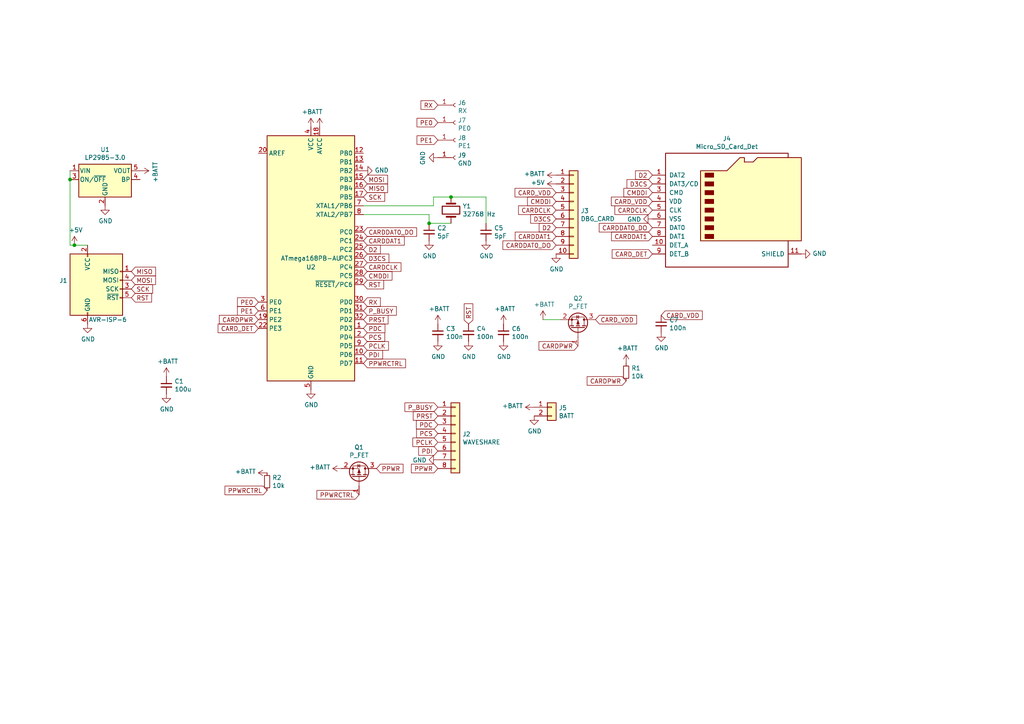
<source format=kicad_sch>
(kicad_sch (version 20230121) (generator eeschema)
  (paper "A4")
  (lib_symbols
    (symbol "atmega168_tb2-rescue:+5V-power-atmega168_tb2-rescue" (power) (pin_names (offset 0))
      (property "Value" "+5V-power-atmega168_tb2-rescue" (at 0 3.556 0))
      (symbol "+5V-power-atmega168_tb2-rescue_0_1"
        (polyline (pts (xy -0.762 1.27) (xy 0 2.54)))
        (polyline (pts (xy 0 0) (xy 0 2.54)))
        (polyline (pts (xy 0 2.54) (xy 0.762 1.27)))
      )
      (symbol "+5V-power-atmega168_tb2-rescue_1_1"
        (pin power_in line (at 0 0 90) (length 0) hide (name "+5V") (number "1"))
      )
    )
    (symbol "atmega168_tb2-rescue:+BATT-power-atmega168_tb2-rescue" (power) (pin_names (offset 0))
      (property "Value" "+BATT-power-atmega168_tb2-rescue" (at 0 3.556 0))
      (symbol "+BATT-power-atmega168_tb2-rescue_0_1"
        (polyline (pts (xy -0.762 1.27) (xy 0 2.54)))
        (polyline (pts (xy 0 0) (xy 0 2.54)))
        (polyline (pts (xy 0 2.54) (xy 0.762 1.27)))
      )
      (symbol "+BATT-power-atmega168_tb2-rescue_1_1"
        (pin power_in line (at 0 0 90) (length 0) hide (name "+BATT") (number "1"))
      )
    )
    (symbol "atmega168_tb2-rescue:ATmega168PB-AU-MCU_Microchip_ATmega-atmega168_tb2-rescue"
      (property "Reference" "U" (at -12.7 36.83 0))
      (property "Value" "atmega168_tb2-rescue_ATmega168PB-AU-MCU_Microchip_ATmega" (at 2.54 -36.83 0))
      (symbol "ATmega168PB-AU-MCU_Microchip_ATmega-atmega168_tb2-rescue_0_1"
        (rectangle (start -12.7 -35.56) (end 12.7 35.56) (stroke (width 0.254)) (fill (type background)))
      )
      (symbol "ATmega168PB-AU-MCU_Microchip_ATmega-atmega168_tb2-rescue_1_1"
        (pin bidirectional line (at 15.24 -20.32 180) (length 2.54) (name "PD3") (number "1"))
        (pin bidirectional line (at 15.24 -27.94 180) (length 2.54) (name "PD6") (number "10"))
        (pin bidirectional line (at 15.24 -30.48 180) (length 2.54) (name "PD7") (number "11"))
        (pin bidirectional line (at 15.24 30.48 180) (length 2.54) (name "PB0") (number "12"))
        (pin bidirectional line (at 15.24 27.94 180) (length 2.54) (name "PB1") (number "13"))
        (pin bidirectional line (at 15.24 25.4 180) (length 2.54) (name "PB2") (number "14"))
        (pin bidirectional line (at 15.24 22.86 180) (length 2.54) (name "PB3") (number "15"))
        (pin bidirectional line (at 15.24 20.32 180) (length 2.54) (name "PB4") (number "16"))
        (pin bidirectional line (at 15.24 17.78 180) (length 2.54) (name "PB5") (number "17"))
        (pin power_in line (at 2.54 38.1 270) (length 2.54) (name "AVCC") (number "18"))
        (pin bidirectional line (at -15.24 -17.78 0) (length 2.54) (name "PE2") (number "19"))
        (pin bidirectional line (at 15.24 -22.86 180) (length 2.54) (name "PD4") (number "2"))
        (pin passive line (at -15.24 30.48 0) (length 2.54) (name "AREF") (number "20"))
        (pin passive line (at 0 -38.1 90) (length 2.54) hide (name "GND") (number "21"))
        (pin bidirectional line (at -15.24 -20.32 0) (length 2.54) (name "PE3") (number "22"))
        (pin bidirectional line (at 15.24 7.62 180) (length 2.54) (name "PC0") (number "23"))
        (pin bidirectional line (at 15.24 5.08 180) (length 2.54) (name "PC1") (number "24"))
        (pin bidirectional line (at 15.24 2.54 180) (length 2.54) (name "PC2") (number "25"))
        (pin bidirectional line (at 15.24 0 180) (length 2.54) (name "PC3") (number "26"))
        (pin bidirectional line (at 15.24 -2.54 180) (length 2.54) (name "PC4") (number "27"))
        (pin bidirectional line (at 15.24 -5.08 180) (length 2.54) (name "PC5") (number "28"))
        (pin bidirectional line (at 15.24 -7.62 180) (length 2.54) (name "~{RESET}/PC6") (number "29"))
        (pin bidirectional line (at -15.24 -12.7 0) (length 2.54) (name "PE0") (number "3"))
        (pin bidirectional line (at 15.24 -12.7 180) (length 2.54) (name "PD0") (number "30"))
        (pin bidirectional line (at 15.24 -15.24 180) (length 2.54) (name "PD1") (number "31"))
        (pin bidirectional line (at 15.24 -17.78 180) (length 2.54) (name "PD2") (number "32"))
        (pin power_in line (at 0 38.1 270) (length 2.54) (name "VCC") (number "4"))
        (pin power_in line (at 0 -38.1 90) (length 2.54) (name "GND") (number "5"))
        (pin bidirectional line (at -15.24 -15.24 0) (length 2.54) (name "PE1") (number "6"))
        (pin bidirectional line (at 15.24 15.24 180) (length 2.54) (name "XTAL1/PB6") (number "7"))
        (pin bidirectional line (at 15.24 12.7 180) (length 2.54) (name "XTAL2/PB7") (number "8"))
        (pin bidirectional line (at 15.24 -25.4 180) (length 2.54) (name "PD5") (number "9"))
      )
    )
    (symbol "atmega168_tb2-rescue:AVR-ISP-6-Connector-atmega168_tb2-rescue" (pin_names (offset 1.016))
      (property "Reference" "J" (at -6.35 11.43 0))
      (property "Value" "atmega168_tb2-rescue_AVR-ISP-6-Connector" (at 0 11.43 0))
      (symbol "AVR-ISP-6-Connector-atmega168_tb2-rescue_0_1"
        (rectangle (start -2.667 -6.858) (end -2.413 -7.62))
        (rectangle (start -2.667 10.16) (end -2.413 9.398))
        (rectangle (start 7.62 -2.413) (end 6.858 -2.667))
        (rectangle (start 7.62 0.127) (end 6.858 -0.127))
        (rectangle (start 7.62 2.667) (end 6.858 2.413))
        (rectangle (start 7.62 5.207) (end 6.858 4.953))
        (rectangle (start 7.62 10.16) (end -7.62 -7.62) (stroke (width 0.254)) (fill (type background)))
      )
      (symbol "AVR-ISP-6-Connector-atmega168_tb2-rescue_1_1"
        (pin passive line (at 10.16 5.08 180) (length 2.54) (name "MISO") (number "1"))
        (pin passive line (at -2.54 12.7 270) (length 2.54) (name "VCC") (number "2"))
        (pin passive line (at 10.16 0 180) (length 2.54) (name "SCK") (number "3"))
        (pin passive line (at 10.16 2.54 180) (length 2.54) (name "MOSI") (number "4"))
        (pin passive line (at 10.16 -2.54 180) (length 2.54) (name "~{RST}") (number "5"))
        (pin passive line (at -2.54 -10.16 90) (length 2.54) (name "GND") (number "6"))
      )
    )
    (symbol "atmega168_tb2-rescue:C_Small-Device-atmega168_tb2-rescue" (pin_numbers hide) (pin_names (offset 0.254) hide)
      (property "Reference" "C" (at 0.254 1.778 0))
      (property "Value" "atmega168_tb2-rescue_C_Small-Device" (at 0.254 -2.032 0))
      (symbol "C_Small-Device-atmega168_tb2-rescue_0_1"
        (polyline (pts (xy -1.524 -0.508) (xy 1.524 -0.508)) (stroke (width 0.3302)))
        (polyline (pts (xy -1.524 0.508) (xy 1.524 0.508)) (stroke (width 0.3048)))
      )
      (symbol "C_Small-Device-atmega168_tb2-rescue_1_1"
        (pin passive line (at 0 2.54 270) (length 2.032) (name "~") (number "1"))
        (pin passive line (at 0 -2.54 90) (length 2.032) (name "~") (number "2"))
      )
    )
    (symbol "atmega168_tb2-rescue:Conn_01x01_Female-Connector-atmega168_tb2-rescue" (pin_names (offset 1.016) hide)
      (property "Reference" "J" (at 0 2.54 0))
      (property "Value" "atmega168_tb2-rescue_Conn_01x01_Female-Connector" (at 0 -2.54 0))
      (symbol "Conn_01x01_Female-Connector-atmega168_tb2-rescue_1_1"
        (polyline (pts (xy -1.27 0) (xy -0.508 0)) (stroke (width 0.1524)))
        (arc (start 0 0.508) (mid -0.5058 0) (end 0 -0.508) (stroke (width 0.1524)))
        (pin passive line (at -5.08 0 0) (length 3.81) (name "Pin_1") (number "1"))
      )
    )
    (symbol "atmega168_tb2-rescue:Conn_01x02-Connector_Generic-atmega168_tb2-rescue" (pin_names (offset 1.016) hide)
      (property "Reference" "J" (at 0 2.54 0))
      (property "Value" "atmega168_tb2-rescue_Conn_01x02-Connector_Generic" (at 0 -5.08 0))
      (symbol "Conn_01x02-Connector_Generic-atmega168_tb2-rescue_1_1"
        (rectangle (start -1.27 -2.413) (end 0 -2.667) (stroke (width 0.1524)))
        (rectangle (start -1.27 0.127) (end 0 -0.127) (stroke (width 0.1524)))
        (rectangle (start -1.27 1.27) (end 1.27 -3.81) (stroke (width 0.254)) (fill (type background)))
        (pin passive line (at -5.08 0 0) (length 3.81) (name "Pin_1") (number "1"))
        (pin passive line (at -5.08 -2.54 0) (length 3.81) (name "Pin_2") (number "2"))
      )
    )
    (symbol "atmega168_tb2-rescue:Conn_01x08-Connector_Generic-atmega168_tb2-rescue" (pin_names (offset 1.016) hide)
      (property "Reference" "J" (at 0 10.16 0))
      (property "Value" "atmega168_tb2-rescue_Conn_01x08-Connector_Generic" (at 0 -12.7 0))
      (symbol "Conn_01x08-Connector_Generic-atmega168_tb2-rescue_1_1"
        (rectangle (start -1.27 -10.033) (end 0 -10.287) (stroke (width 0.1524)))
        (rectangle (start -1.27 -7.493) (end 0 -7.747) (stroke (width 0.1524)))
        (rectangle (start -1.27 -4.953) (end 0 -5.207) (stroke (width 0.1524)))
        (rectangle (start -1.27 -2.413) (end 0 -2.667) (stroke (width 0.1524)))
        (rectangle (start -1.27 0.127) (end 0 -0.127) (stroke (width 0.1524)))
        (rectangle (start -1.27 2.667) (end 0 2.413) (stroke (width 0.1524)))
        (rectangle (start -1.27 5.207) (end 0 4.953) (stroke (width 0.1524)))
        (rectangle (start -1.27 7.747) (end 0 7.493) (stroke (width 0.1524)))
        (rectangle (start -1.27 8.89) (end 1.27 -11.43) (stroke (width 0.254)) (fill (type background)))
        (pin passive line (at -5.08 7.62 0) (length 3.81) (name "Pin_1") (number "1"))
        (pin passive line (at -5.08 5.08 0) (length 3.81) (name "Pin_2") (number "2"))
        (pin passive line (at -5.08 2.54 0) (length 3.81) (name "Pin_3") (number "3"))
        (pin passive line (at -5.08 0 0) (length 3.81) (name "Pin_4") (number "4"))
        (pin passive line (at -5.08 -2.54 0) (length 3.81) (name "Pin_5") (number "5"))
        (pin passive line (at -5.08 -5.08 0) (length 3.81) (name "Pin_6") (number "6"))
        (pin passive line (at -5.08 -7.62 0) (length 3.81) (name "Pin_7") (number "7"))
        (pin passive line (at -5.08 -10.16 0) (length 3.81) (name "Pin_8") (number "8"))
      )
    )
    (symbol "atmega168_tb2-rescue:Conn_01x10-Connector_Generic-atmega168_tb2-rescue" (pin_names (offset 1.016) hide)
      (property "Reference" "J" (at 0 12.7 0))
      (property "Value" "atmega168_tb2-rescue_Conn_01x10-Connector_Generic" (at 0 -15.24 0))
      (symbol "Conn_01x10-Connector_Generic-atmega168_tb2-rescue_1_1"
        (rectangle (start -1.27 -12.573) (end 0 -12.827) (stroke (width 0.1524)))
        (rectangle (start -1.27 -10.033) (end 0 -10.287) (stroke (width 0.1524)))
        (rectangle (start -1.27 -7.493) (end 0 -7.747) (stroke (width 0.1524)))
        (rectangle (start -1.27 -4.953) (end 0 -5.207) (stroke (width 0.1524)))
        (rectangle (start -1.27 -2.413) (end 0 -2.667) (stroke (width 0.1524)))
        (rectangle (start -1.27 0.127) (end 0 -0.127) (stroke (width 0.1524)))
        (rectangle (start -1.27 2.667) (end 0 2.413) (stroke (width 0.1524)))
        (rectangle (start -1.27 5.207) (end 0 4.953) (stroke (width 0.1524)))
        (rectangle (start -1.27 7.747) (end 0 7.493) (stroke (width 0.1524)))
        (rectangle (start -1.27 10.287) (end 0 10.033) (stroke (width 0.1524)))
        (rectangle (start -1.27 11.43) (end 1.27 -13.97) (stroke (width 0.254)) (fill (type background)))
        (pin passive line (at -5.08 10.16 0) (length 3.81) (name "Pin_1") (number "1"))
        (pin passive line (at -5.08 -12.7 0) (length 3.81) (name "Pin_10") (number "10"))
        (pin passive line (at -5.08 7.62 0) (length 3.81) (name "Pin_2") (number "2"))
        (pin passive line (at -5.08 5.08 0) (length 3.81) (name "Pin_3") (number "3"))
        (pin passive line (at -5.08 2.54 0) (length 3.81) (name "Pin_4") (number "4"))
        (pin passive line (at -5.08 0 0) (length 3.81) (name "Pin_5") (number "5"))
        (pin passive line (at -5.08 -2.54 0) (length 3.81) (name "Pin_6") (number "6"))
        (pin passive line (at -5.08 -5.08 0) (length 3.81) (name "Pin_7") (number "7"))
        (pin passive line (at -5.08 -7.62 0) (length 3.81) (name "Pin_8") (number "8"))
        (pin passive line (at -5.08 -10.16 0) (length 3.81) (name "Pin_9") (number "9"))
      )
    )
    (symbol "atmega168_tb2-rescue:Crystal-Device-atmega168_tb2-rescue" (pin_numbers hide) (pin_names (offset 1.016) hide)
      (property "Reference" "Y" (at 0 3.81 0))
      (property "Value" "atmega168_tb2-rescue_Crystal-Device" (at 0 -3.81 0))
      (symbol "Crystal-Device-atmega168_tb2-rescue_0_1"
        (rectangle (start -1.143 2.54) (end 1.143 -2.54) (stroke (width 0.3048)))
        (polyline (pts (xy -2.54 0) (xy -1.905 0)))
        (polyline (pts (xy -1.905 -1.27) (xy -1.905 1.27)) (stroke (width 0.508)))
        (polyline (pts (xy 1.905 -1.27) (xy 1.905 1.27)) (stroke (width 0.508)))
        (polyline (pts (xy 2.54 0) (xy 1.905 0)))
      )
      (symbol "Crystal-Device-atmega168_tb2-rescue_1_1"
        (pin passive line (at -3.81 0 0) (length 1.27) (name "1") (number "1"))
        (pin passive line (at 3.81 0 180) (length 1.27) (name "2") (number "2"))
      )
    )
    (symbol "atmega168_tb2-rescue:GND-power-atmega168_tb2-rescue" (power) (pin_names (offset 0))
      (property "Value" "GND-power-atmega168_tb2-rescue" (at 0 -3.81 0))
      (symbol "GND-power-atmega168_tb2-rescue_0_1"
        (polyline (pts (xy 0 0) (xy 0 -1.27) (xy 1.27 -1.27) (xy 0 -2.54) (xy -1.27 -1.27) (xy 0 -1.27)))
      )
      (symbol "GND-power-atmega168_tb2-rescue_1_1"
        (pin power_in line (at 0 0 270) (length 0) hide (name "GND") (number "1"))
      )
    )
    (symbol "atmega168_tb2-rescue:LP2985-3.0-Regulator_Linear-atmega168_tb2-rescue" (pin_names (offset 0.254))
      (property "Reference" "U" (at -6.35 5.715 0))
      (property "Value" "atmega168_tb2-rescue_LP2985-3.0-Regulator_Linear" (at 0 5.715 0))
      (symbol "LP2985-3.0-Regulator_Linear-atmega168_tb2-rescue_0_1"
        (rectangle (start -7.62 -5.08) (end 7.62 4.445) (stroke (width 0.254)) (fill (type background)))
      )
      (symbol "LP2985-3.0-Regulator_Linear-atmega168_tb2-rescue_1_1"
        (pin power_in line (at -10.16 2.54 0) (length 2.54) (name "VIN") (number "1"))
        (pin power_in line (at 0 -7.62 90) (length 2.54) (name "GND") (number "2"))
        (pin input line (at -10.16 0 0) (length 2.54) (name "ON/~{OFF}") (number "3"))
        (pin input line (at 10.16 0 180) (length 2.54) (name "BP") (number "4"))
        (pin power_out line (at 10.16 2.54 180) (length 2.54) (name "VOUT") (number "5"))
      )
    )
    (symbol "atmega168_tb2-rescue:Micro_SD_Card_Det-Connector-atmega168_tb2-rescue" (pin_names (offset 1.016))
      (property "Reference" "J" (at -16.51 17.78 0))
      (property "Value" "atmega168_tb2-rescue_Micro_SD_Card_Det-Connector" (at 16.51 17.78 0))
      (symbol "Micro_SD_Card_Det-Connector-atmega168_tb2-rescue_0_1"
        (rectangle (start -7.62 -6.985) (end -5.08 -8.255) (fill (type outline)))
        (rectangle (start -7.62 -4.445) (end -5.08 -5.715) (fill (type outline)))
        (rectangle (start -7.62 -1.905) (end -5.08 -3.175) (fill (type outline)))
        (rectangle (start -7.62 0.635) (end -5.08 -0.635) (fill (type outline)))
        (rectangle (start -7.62 3.175) (end -5.08 1.905) (fill (type outline)))
        (rectangle (start -7.62 5.715) (end -5.08 4.445) (fill (type outline)))
        (rectangle (start -7.62 8.255) (end -5.08 6.985) (fill (type outline)))
        (rectangle (start -7.62 10.795) (end -5.08 9.525) (fill (type outline)))
        (polyline (pts (xy 16.51 15.24) (xy 16.51 16.51) (xy -19.05 16.51) (xy -19.05 -16.51) (xy 16.51 -16.51) (xy 16.51 -8.89)) (stroke (width 0.254)))
        (polyline (pts (xy -8.89 -8.89) (xy -8.89 11.43) (xy -1.27 11.43) (xy 2.54 15.24) (xy 3.81 15.24) (xy 3.81 13.97) (xy 6.35 13.97) (xy 7.62 15.24) (xy 20.32 15.24) (xy 20.32 -8.89) (xy -8.89 -8.89)) (stroke (width 0.254)) (fill (type background)))
      )
      (symbol "Micro_SD_Card_Det-Connector-atmega168_tb2-rescue_1_1"
        (pin bidirectional line (at -22.86 10.16 0) (length 3.81) (name "DAT2") (number "1"))
        (pin passive line (at -22.86 -10.16 0) (length 3.81) (name "DET_A") (number "10"))
        (pin passive line (at 20.32 -12.7 180) (length 3.81) (name "SHIELD") (number "11"))
        (pin bidirectional line (at -22.86 7.62 0) (length 3.81) (name "DAT3/CD") (number "2"))
        (pin input line (at -22.86 5.08 0) (length 3.81) (name "CMD") (number "3"))
        (pin power_in line (at -22.86 2.54 0) (length 3.81) (name "VDD") (number "4"))
        (pin input line (at -22.86 0 0) (length 3.81) (name "CLK") (number "5"))
        (pin power_in line (at -22.86 -2.54 0) (length 3.81) (name "VSS") (number "6"))
        (pin bidirectional line (at -22.86 -5.08 0) (length 3.81) (name "DAT0") (number "7"))
        (pin bidirectional line (at -22.86 -7.62 0) (length 3.81) (name "DAT1") (number "8"))
        (pin passive line (at -22.86 -12.7 0) (length 3.81) (name "DET_B") (number "9"))
      )
    )
    (symbol "atmega168_tb2-rescue:Q_PMOS_GSD-Device-atmega168_tb2-rescue" (pin_names (offset 0) hide)
      (property "Reference" "Q" (at 5.08 1.27 0))
      (property "Value" "atmega168_tb2-rescue_Q_PMOS_GSD-Device" (at 5.08 -1.27 0))
      (symbol "Q_PMOS_GSD-Device-atmega168_tb2-rescue_0_1"
        (polyline (pts (xy 0.254 0) (xy -2.54 0)))
        (polyline (pts (xy 0.254 1.905) (xy 0.254 -1.905)) (stroke (width 0.254)))
        (polyline (pts (xy 0.762 -1.27) (xy 0.762 -2.286)) (stroke (width 0.254)))
        (polyline (pts (xy 0.762 0.508) (xy 0.762 -0.508)) (stroke (width 0.254)))
        (polyline (pts (xy 0.762 2.286) (xy 0.762 1.27)) (stroke (width 0.254)))
        (polyline (pts (xy 2.54 2.54) (xy 2.54 1.778)))
        (polyline (pts (xy 2.54 -2.54) (xy 2.54 0) (xy 0.762 0)))
        (polyline (pts (xy 0.762 1.778) (xy 3.302 1.778) (xy 3.302 -1.778) (xy 0.762 -1.778)))
        (polyline (pts (xy 2.286 0) (xy 1.27 0.381) (xy 1.27 -0.381) (xy 2.286 0)) (fill (type outline)))
        (polyline (pts (xy 2.794 -0.508) (xy 2.921 -0.381) (xy 3.683 -0.381) (xy 3.81 -0.254)))
        (polyline (pts (xy 3.302 -0.381) (xy 2.921 0.254) (xy 3.683 0.254) (xy 3.302 -0.381)))
        (circle (center 1.651 0) (radius 2.794) (stroke (width 0.254)))
        (circle (center 2.54 -1.778) (radius 0.254) (fill (type outline)))
        (circle (center 2.54 1.778) (radius 0.254) (fill (type outline)))
      )
      (symbol "Q_PMOS_GSD-Device-atmega168_tb2-rescue_1_1"
        (pin input line (at -5.08 0 0) (length 2.54) (name "G") (number "1"))
        (pin passive line (at 2.54 -5.08 90) (length 2.54) (name "S") (number "2"))
        (pin passive line (at 2.54 5.08 270) (length 2.54) (name "D") (number "3"))
      )
    )
    (symbol "atmega168_tb2-rescue:R_Small-Device-atmega168_tb2-rescue" (pin_numbers hide) (pin_names (offset 0.254) hide)
      (property "Reference" "R" (at 0.762 0.508 0))
      (property "Value" "atmega168_tb2-rescue_R_Small-Device" (at 0.762 -1.016 0))
      (symbol "R_Small-Device-atmega168_tb2-rescue_0_1"
        (rectangle (start -0.762 1.778) (end 0.762 -1.778) (stroke (width 0.2032)))
      )
      (symbol "R_Small-Device-atmega168_tb2-rescue_1_1"
        (pin passive line (at 0 2.54 270) (length 0.762) (name "~") (number "1"))
        (pin passive line (at 0 -2.54 90) (length 0.762) (name "~") (number "2"))
      )
    )
  )
  (junction (at 21.59 71.12))
  (junction (at 130.81 57.15))
  (junction (at 124.46 64.77))
  (junction (at 20.32 52.07))
  (wire (pts (xy 130.81 57.15) (xy 125.73 57.15)))
  (wire (pts (xy 20.32 71.12) (xy 21.59 71.12)))
  (wire (pts (xy 130.81 57.15) (xy 140.97 57.15)))
  (wire (pts (xy 124.46 64.77) (xy 130.81 64.77)))
  (wire (pts (xy 125.73 57.15) (xy 125.73 59.69)))
  (wire (pts (xy 125.73 59.69) (xy 105.41 59.69)))
  (wire (pts (xy 20.32 52.07) (xy 20.32 71.12)))
  (wire (pts (xy 20.32 49.53) (xy 20.32 52.07)))
  (wire (pts (xy 21.59 71.12) (xy 25.4 71.12)))
  (wire (pts (xy 105.41 62.23) (xy 124.46 62.23)))
  (wire (pts (xy 162.56 92.71) (xy 157.48 92.71)))
  (wire (pts (xy 124.46 62.23) (xy 124.46 64.77)))
  (wire (pts (xy 140.97 57.15) (xy 140.97 64.77)))
  (global_label "MISO" (shape input) (at 38.1 78.74 0) (property "Intersheetrefs" "${INTERSHEET_REFS}" (effects hide)))
  (global_label "D3CS" (shape input) (at 105.41 74.93 0) (property "Intersheetrefs" "${INTERSHEET_REFS}" (effects hide)))
  (global_label "PRST" (shape input) (at 105.41 92.71 0) (property "Intersheetrefs" "${INTERSHEET_REFS}" (effects hide)))
  (global_label "CMDDI" (shape input) (at 105.41 80.01 0) (property "Intersheetrefs" "${INTERSHEET_REFS}" (effects hide)))
  (global_label "P_BUSY" (shape input) (at 105.41 90.17 0) (property "Intersheetrefs" "${INTERSHEET_REFS}" (effects hide)))
  (global_label "CMDDI" (shape input) (at 189.23 55.88 180) (property "Intersheetrefs" "${INTERSHEET_REFS}" (effects hide)))
  (global_label "RST" (shape input) (at 38.1 86.36 0) (property "Intersheetrefs" "${INTERSHEET_REFS}" (effects hide)))
  (global_label "PPWRCTRL" (shape input) (at 104.14 143.51 180) (property "Intersheetrefs" "${INTERSHEET_REFS}" (effects hide)))
  (global_label "P_BUSY" (shape input) (at 127 118.11 180) (property "Intersheetrefs" "${INTERSHEET_REFS}" (effects hide)))
  (global_label "CARD_VDD" (shape input) (at 191.77 91.44 0) (property "Intersheetrefs" "${INTERSHEET_REFS}" (effects hide)))
  (global_label "PCLK" (shape input) (at 127 128.27 180) (property "Intersheetrefs" "${INTERSHEET_REFS}" (effects hide)))
  (global_label "PE1" (shape input) (at 74.93 90.17 180) (property "Intersheetrefs" "${INTERSHEET_REFS}" (effects hide)))
  (global_label "PE0" (shape input) (at 127 35.56 180) (property "Intersheetrefs" "${INTERSHEET_REFS}" (effects hide)))
  (global_label "PCS" (shape input) (at 105.41 97.79 0) (property "Intersheetrefs" "${INTERSHEET_REFS}" (effects hide)))
  (global_label "RX" (shape input) (at 105.41 87.63 0) (property "Intersheetrefs" "${INTERSHEET_REFS}" (effects hide)))
  (global_label "PDI" (shape input) (at 105.41 102.87 0) (property "Intersheetrefs" "${INTERSHEET_REFS}" (effects hide)))
  (global_label "D2" (shape input) (at 161.29 66.04 180) (property "Intersheetrefs" "${INTERSHEET_REFS}" (effects hide)))
  (global_label "MISO" (shape input) (at 105.41 54.61 0) (property "Intersheetrefs" "${INTERSHEET_REFS}" (effects hide)))
  (global_label "CARDPWR" (shape input) (at 167.64 100.33 180) (property "Intersheetrefs" "${INTERSHEET_REFS}" (effects hide)))
  (global_label "PDC" (shape input) (at 105.41 95.25 0) (property "Intersheetrefs" "${INTERSHEET_REFS}" (effects hide)))
  (global_label "CARDDAT1" (shape input) (at 189.23 68.58 180) (property "Intersheetrefs" "${INTERSHEET_REFS}" (effects hide)))
  (global_label "CARD_DET" (shape input) (at 74.93 95.25 180) (property "Intersheetrefs" "${INTERSHEET_REFS}" (effects hide)))
  (global_label "SCK" (shape input) (at 38.1 83.82 0) (property "Intersheetrefs" "${INTERSHEET_REFS}" (effects hide)))
  (global_label "CARDCLK" (shape input) (at 105.41 77.47 0) (property "Intersheetrefs" "${INTERSHEET_REFS}" (effects hide)))
  (global_label "PPWR" (shape input) (at 127 135.89 180) (property "Intersheetrefs" "${INTERSHEET_REFS}" (effects hide)))
  (global_label "PDI" (shape input) (at 127 130.81 180) (property "Intersheetrefs" "${INTERSHEET_REFS}" (effects hide)))
  (global_label "CARDPWR" (shape input) (at 181.61 110.49 180) (property "Intersheetrefs" "${INTERSHEET_REFS}" (effects hide)))
  (global_label "RX" (shape input) (at 127 30.48 180) (property "Intersheetrefs" "${INTERSHEET_REFS}" (effects hide)))
  (global_label "CARDDAT0_DO" (shape input) (at 105.41 67.31 0) (property "Intersheetrefs" "${INTERSHEET_REFS}" (effects hide)))
  (global_label "D2" (shape input) (at 189.23 50.8 180) (property "Intersheetrefs" "${INTERSHEET_REFS}" (effects hide)))
  (global_label "CMDDI" (shape input) (at 161.29 58.42 180) (property "Intersheetrefs" "${INTERSHEET_REFS}" (effects hide)))
  (global_label "CARDDAT1" (shape input) (at 161.29 68.58 180) (property "Intersheetrefs" "${INTERSHEET_REFS}" (effects hide)))
  (global_label "PPWRCTRL" (shape input) (at 77.47 142.24 180) (property "Intersheetrefs" "${INTERSHEET_REFS}" (effects hide)))
  (global_label "PPWRCTRL" (shape input) (at 105.41 105.41 0) (property "Intersheetrefs" "${INTERSHEET_REFS}" (effects hide)))
  (global_label "CARDPWR" (shape input) (at 74.93 92.71 180) (property "Intersheetrefs" "${INTERSHEET_REFS}" (effects hide)))
  (global_label "SCK" (shape input) (at 105.41 57.15 0) (property "Intersheetrefs" "${INTERSHEET_REFS}" (effects hide)))
  (global_label "RST" (shape input) (at 135.89 93.98 90) (property "Intersheetrefs" "${INTERSHEET_REFS}" (effects hide)))
  (global_label "PE0" (shape input) (at 74.93 87.63 180) (property "Intersheetrefs" "${INTERSHEET_REFS}" (effects hide)))
  (global_label "D3CS" (shape input) (at 189.23 53.34 180) (property "Intersheetrefs" "${INTERSHEET_REFS}" (effects hide)))
  (global_label "CARDDAT0_DO" (shape input) (at 189.23 66.04 180) (property "Intersheetrefs" "${INTERSHEET_REFS}" (effects hide)))
  (global_label "CARD_VDD" (shape input) (at 161.29 55.88 180) (property "Intersheetrefs" "${INTERSHEET_REFS}" (effects hide)))
  (global_label "CARD_VDD" (shape input) (at 172.72 92.71 0) (property "Intersheetrefs" "${INTERSHEET_REFS}" (effects hide)))
  (global_label "MOSI" (shape input) (at 105.41 52.07 0) (property "Intersheetrefs" "${INTERSHEET_REFS}" (effects hide)))
  (global_label "CARDCLK" (shape input) (at 189.23 60.96 180) (property "Intersheetrefs" "${INTERSHEET_REFS}" (effects hide)))
  (global_label "PDC" (shape input) (at 127 123.19 180) (property "Intersheetrefs" "${INTERSHEET_REFS}" (effects hide)))
  (global_label "CARD_VDD" (shape input) (at 189.23 58.42 180) (property "Intersheetrefs" "${INTERSHEET_REFS}" (effects hide)))
  (global_label "PCLK" (shape input) (at 105.41 100.33 0) (property "Intersheetrefs" "${INTERSHEET_REFS}" (effects hide)))
  (global_label "PE1" (shape input) (at 127 40.64 180) (property "Intersheetrefs" "${INTERSHEET_REFS}" (effects hide)))
  (global_label "CARDCLK" (shape input) (at 161.29 60.96 180) (property "Intersheetrefs" "${INTERSHEET_REFS}" (effects hide)))
  (global_label "PPWR" (shape input) (at 109.22 135.89 0) (property "Intersheetrefs" "${INTERSHEET_REFS}" (effects hide)))
  (global_label "CARDDAT0_DO" (shape input) (at 161.29 71.12 180) (property "Intersheetrefs" "${INTERSHEET_REFS}" (effects hide)))
  (global_label "CARDDAT1" (shape input) (at 105.41 69.85 0) (property "Intersheetrefs" "${INTERSHEET_REFS}" (effects hide)))
  (global_label "D3CS" (shape input) (at 161.29 63.5 180) (property "Intersheetrefs" "${INTERSHEET_REFS}" (effects hide)))
  (global_label "D2" (shape input) (at 105.41 72.39 0) (property "Intersheetrefs" "${INTERSHEET_REFS}" (effects hide)))
  (global_label "CARD_DET" (shape input) (at 189.23 73.66 180) (property "Intersheetrefs" "${INTERSHEET_REFS}" (effects hide)))
  (global_label "PRST" (shape input) (at 127 120.65 180) (property "Intersheetrefs" "${INTERSHEET_REFS}" (effects hide)))
  (global_label "MOSI" (shape input) (at 38.1 81.28 0) (property "Intersheetrefs" "${INTERSHEET_REFS}" (effects hide)))
  (global_label "PCS" (shape input) (at 127 125.73 180) (property "Intersheetrefs" "${INTERSHEET_REFS}" (effects hide)))
  (global_label "RST" (shape input) (at 105.41 82.55 0) (property "Intersheetrefs" "${INTERSHEET_REFS}" (effects hide)))
  (symbol (lib_id "atmega168_tb2-rescue:ATmega168PB-AU-MCU_Microchip_ATmega-atmega168_tb2-rescue") (at 90.17 74.93 0) (unit 1)
    (property "Reference" "U2" (at 90.17 77.47 0))
    (property "Value" "ATmega168PB-AU" (at 90.17 74.93 0))
    (property "Footprint" "Package_QFP:TQFP-32_7x7mm_P0.8mm" (effects hide))
    (property "Datasheet" "http://ww1.microchip.com/downloads/en/DeviceDoc/40001909A.pdf" (effects hide))
    (property "Digikey" "https://www.digikey.com/product-detail/en/ATMEGA168PB-AU/ATMEGA168PB-AU-ND/5029503/?itemSeq=333404562" (effects hide))
  )
  (symbol (lib_id "atmega168_tb2-rescue:GND-power-atmega168_tb2-rescue") (at 90.17 113.03 0) (unit 1)
    (property "Reference" "#PWR0101" (effects hide))
    (property "Value" "GND" (at 90.297 117.4242 0))
  )
  (symbol (lib_id "atmega168_tb2-rescue:+BATT-power-atmega168_tb2-rescue") (at 92.71 36.83 0) (unit 1)
    (property "Reference" "#PWR0102" (effects hide))
    (property "Value" "+BATT" (effects hide))
  )
  (symbol (lib_id "atmega168_tb2-rescue:+BATT-power-atmega168_tb2-rescue") (at 90.17 36.83 0) (unit 1)
    (property "Reference" "#PWR0103" (effects hide))
    (property "Value" "+BATT" (at 90.551 32.4358 0))
  )
  (symbol (lib_id "atmega168_tb2-rescue:+BATT-power-atmega168_tb2-rescue") (at 40.64 49.53 270) (unit 1)
    (property "Reference" "#PWR0104" (effects hide))
    (property "Value" "+BATT" (at 45.0342 49.911 0))
  )
  (symbol (lib_id "atmega168_tb2-rescue:Micro_SD_Card_Det-Connector-atmega168_tb2-rescue") (at 212.09 60.96 0) (unit 1)
    (property "Reference" "J4" (at 210.82 40.2082 0))
    (property "Value" "Micro_SD_Card_Det" (at 210.82 42.5196 0))
    (property "Footprint" "MicroSD-HYC77-TF09-200:MicroSD-HYC77-TF09-200" (effects hide))
    (property "Datasheet" "https://www.hirose.com/product/en/download_file/key_name/DM3/category/Catalog/doc_file_id/49662/?file_category_id=4&item_id=195&is_series=1" (effects hide))
  )
  (symbol (lib_id "atmega168_tb2-rescue:GND-power-atmega168_tb2-rescue") (at 232.41 73.66 90) (unit 1)
    (property "Reference" "#PWR0105" (effects hide))
    (property "Value" "GND" (at 235.6612 73.533 90) (effects (justify right)))
  )
  (symbol (lib_id "atmega168_tb2-rescue:Crystal-Device-atmega168_tb2-rescue") (at 130.81 60.96 270) (unit 1)
    (property "Reference" "Y1" (at 134.1374 59.7916 90) (effects (justify left)))
    (property "Value" "32768 Hz" (at 134.1374 62.103 90) (effects (justify left)))
    (property "Footprint" "Crystal:Crystal_SMD_3215-2Pin_3.2x1.5mm" (effects hide))
    (property "Digikey" "https://www.digikey.com/product-detail/en/diodes-incorporated/G83270022/G83270022CT-ND/6111477" (effects hide))
  )
  (symbol (lib_id "atmega168_tb2-rescue:C_Small-Device-atmega168_tb2-rescue") (at 124.46 67.31 0) (unit 1)
    (property "Reference" "C2" (at 126.7968 66.1416 0) (effects (justify left)))
    (property "Value" "5pF" (at 126.7968 68.453 0) (effects (justify left)))
    (property "Footprint" "Capacitor_SMD:C_0603_1608Metric" (effects hide))
  )
  (symbol (lib_id "atmega168_tb2-rescue:C_Small-Device-atmega168_tb2-rescue") (at 140.97 67.31 0) (unit 1)
    (property "Reference" "C5" (at 143.3068 66.1416 0) (effects (justify left)))
    (property "Value" "5pF" (at 143.3068 68.453 0) (effects (justify left)))
    (property "Footprint" "Capacitor_SMD:C_0603_1608Metric" (effects hide))
  )
  (symbol (lib_id "atmega168_tb2-rescue:GND-power-atmega168_tb2-rescue") (at 140.97 69.85 0) (unit 1)
    (property "Reference" "#PWR0106" (effects hide))
    (property "Value" "GND" (at 141.097 74.2442 0))
  )
  (symbol (lib_id "atmega168_tb2-rescue:GND-power-atmega168_tb2-rescue") (at 124.46 69.85 0) (unit 1)
    (property "Reference" "#PWR0107" (effects hide))
    (property "Value" "GND" (at 124.587 74.2442 0))
  )
  (symbol (lib_id "atmega168_tb2-rescue:GND-power-atmega168_tb2-rescue") (at 105.41 49.53 90) (unit 1)
    (property "Reference" "#PWR0108" (effects hide))
    (property "Value" "GND" (at 108.6612 49.403 90) (effects (justify right)))
  )
  (symbol (lib_id "atmega168_tb2-rescue:+BATT-power-atmega168_tb2-rescue") (at 157.48 92.71 0) (unit 1)
    (property "Reference" "#PWR0109" (effects hide))
    (property "Value" "+BATT" (at 157.861 88.3158 0))
  )
  (symbol (lib_id "atmega168_tb2-rescue:Q_PMOS_GSD-Device-atmega168_tb2-rescue") (at 167.64 95.25 270) (mirror x) (unit 1)
    (property "Reference" "Q2" (at 167.64 86.5632 90))
    (property "Value" "P_FET" (at 167.64 88.8746 90))
    (property "Footprint" "Package_TO_SOT_SMD:SOT-23" (effects hide))
    (property "Digikey" "https://www.digikey.com/product-detail/en/DMP2120U-7/DMP2120U-7DICT-ND/8275360/?itemSeq=333404697" (effects hide))
  )
  (symbol (lib_id "atmega168_tb2-rescue:GND-power-atmega168_tb2-rescue") (at 189.23 63.5 270) (unit 1)
    (property "Reference" "#PWR0110" (effects hide))
    (property "Value" "GND" (at 185.9788 63.627 90) (effects (justify right)))
  )
  (symbol (lib_id "atmega168_tb2-rescue:Conn_01x01_Female-Connector-atmega168_tb2-rescue") (at 132.08 30.48 0) (unit 1)
    (property "Reference" "J6" (at 132.7912 29.8196 0) (effects (justify left)))
    (property "Value" "RX" (at 132.7912 32.131 0) (effects (justify left)))
    (property "Footprint" "TestPoint:TestPoint_Pad_2.5x2.5mm" (effects hide))
  )
  (symbol (lib_id "atmega168_tb2-rescue:Conn_01x01_Female-Connector-atmega168_tb2-rescue") (at 132.08 35.56 0) (unit 1)
    (property "Reference" "J7" (at 132.7912 34.8996 0) (effects (justify left)))
    (property "Value" "PE0" (at 132.7912 37.211 0) (effects (justify left)))
    (property "Footprint" "TestPoint:TestPoint_Pad_2.5x2.5mm" (effects hide))
  )
  (symbol (lib_id "atmega168_tb2-rescue:AVR-ISP-6-Connector-atmega168_tb2-rescue") (at 27.94 83.82 0) (unit 1)
    (property "Reference" "J1" (at 19.5834 81.3816 0) (effects (justify right)))
    (property "Value" "AVR-ISP-6" (at 36.83 92.71 0) (effects (justify right)))
    (property "Footprint" "Connector_PinHeader_2.54mm:PinHeader_2x03_P2.54mm_Vertical_SMD" (effects hide))
    (property "Datasheet" " ~" (effects hide))
  )
  (symbol (lib_id "atmega168_tb2-rescue:GND-power-atmega168_tb2-rescue") (at 25.4 93.98 0) (unit 1)
    (property "Reference" "#PWR0111" (effects hide))
    (property "Value" "GND" (at 25.527 98.3742 0))
  )
  (symbol (lib_id "atmega168_tb2-rescue:Conn_01x01_Female-Connector-atmega168_tb2-rescue") (at 132.08 40.64 0) (unit 1)
    (property "Reference" "J8" (at 132.7912 39.9796 0) (effects (justify left)))
    (property "Value" "PE1" (at 132.7912 42.291 0) (effects (justify left)))
    (property "Footprint" "TestPoint:TestPoint_Pad_2.5x2.5mm" (effects hide))
  )
  (symbol (lib_id "atmega168_tb2-rescue:Conn_01x01_Female-Connector-atmega168_tb2-rescue") (at 132.08 45.72 0) (unit 1)
    (property "Reference" "J9" (at 132.7912 45.0596 0) (effects (justify left)))
    (property "Value" "GND" (at 132.7912 47.371 0) (effects (justify left)))
    (property "Footprint" "TestPoint:TestPoint_Pad_2.5x2.5mm" (effects hide))
  )
  (symbol (lib_id "atmega168_tb2-rescue:LP2985-3.0-Regulator_Linear-atmega168_tb2-rescue") (at 30.48 52.07 0) (unit 1)
    (property "Reference" "U1" (at 30.48 43.3832 0))
    (property "Value" "LP2985-3.0" (at 30.48 45.6946 0))
    (property "Footprint" "Package_TO_SOT_SMD:SOT-23-5" (effects hide))
    (property "Datasheet" "http://www.ti.com/lit/ds/symlink/lp2985.pdf" (effects hide))
  )
  (symbol (lib_id "atmega168_tb2-rescue:GND-power-atmega168_tb2-rescue") (at 30.48 59.69 0) (unit 1)
    (property "Reference" "#PWR0112" (effects hide))
    (property "Value" "GND" (at 30.607 64.0842 0))
  )
  (symbol (lib_id "atmega168_tb2-rescue:GND-power-atmega168_tb2-rescue") (at 127 45.72 270) (unit 1)
    (property "Reference" "#PWR0131" (effects hide))
    (property "Value" "GND" (at 122.6058 45.847 0))
  )
  (symbol (lib_id "atmega168_tb2-rescue:C_Small-Device-atmega168_tb2-rescue") (at 135.89 96.52 0) (unit 1)
    (property "Reference" "C4" (at 138.2268 95.3516 0) (effects (justify left)))
    (property "Value" "100n" (at 138.2268 97.663 0) (effects (justify left)))
    (property "Footprint" "Capacitor_SMD:C_0603_1608Metric" (effects hide))
  )
  (symbol (lib_id "atmega168_tb2-rescue:GND-power-atmega168_tb2-rescue") (at 135.89 99.06 0) (unit 1)
    (property "Reference" "#PWR0113" (effects hide))
    (property "Value" "GND" (at 136.017 103.4542 0))
  )
  (symbol (lib_id "atmega168_tb2-rescue:C_Small-Device-atmega168_tb2-rescue") (at 127 96.52 0) (unit 1)
    (property "Reference" "C3" (at 129.3368 95.3516 0) (effects (justify left)))
    (property "Value" "100n" (at 129.3368 97.663 0) (effects (justify left)))
    (property "Footprint" "Capacitor_SMD:C_0603_1608Metric" (effects hide))
  )
  (symbol (lib_id "atmega168_tb2-rescue:+BATT-power-atmega168_tb2-rescue") (at 127 93.98 0) (unit 1)
    (property "Reference" "#PWR0114" (effects hide))
    (property "Value" "+BATT" (at 127.381 89.5858 0))
  )
  (symbol (lib_id "atmega168_tb2-rescue:C_Small-Device-atmega168_tb2-rescue") (at 146.05 96.52 0) (unit 1)
    (property "Reference" "C6" (at 148.3868 95.3516 0) (effects (justify left)))
    (property "Value" "100n" (at 148.3868 97.663 0) (effects (justify left)))
    (property "Footprint" "Capacitor_SMD:C_0603_1608Metric" (effects hide))
  )
  (symbol (lib_id "atmega168_tb2-rescue:+BATT-power-atmega168_tb2-rescue") (at 146.05 93.98 0) (unit 1)
    (property "Reference" "#PWR0115" (effects hide))
    (property "Value" "+BATT" (at 146.431 89.5858 0))
  )
  (symbol (lib_id "atmega168_tb2-rescue:GND-power-atmega168_tb2-rescue") (at 127 99.06 0) (unit 1)
    (property "Reference" "#PWR0116" (effects hide))
    (property "Value" "GND" (at 127.127 103.4542 0))
  )
  (symbol (lib_id "atmega168_tb2-rescue:GND-power-atmega168_tb2-rescue") (at 146.05 99.06 0) (unit 1)
    (property "Reference" "#PWR0117" (effects hide))
    (property "Value" "GND" (at 146.177 103.4542 0))
  )
  (symbol (lib_id "atmega168_tb2-rescue:C_Small-Device-atmega168_tb2-rescue") (at 191.77 93.98 0) (unit 1)
    (property "Reference" "C7" (at 194.1068 92.8116 0) (effects (justify left)))
    (property "Value" "100n" (at 194.1068 95.123 0) (effects (justify left)))
    (property "Footprint" "Capacitor_SMD:C_0603_1608Metric" (effects hide))
  )
  (symbol (lib_id "atmega168_tb2-rescue:GND-power-atmega168_tb2-rescue") (at 191.77 96.52 0) (unit 1)
    (property "Reference" "#PWR0118" (effects hide))
    (property "Value" "GND" (at 191.897 100.9142 0))
  )
  (symbol (lib_id "atmega168_tb2-rescue:R_Small-Device-atmega168_tb2-rescue") (at 181.61 107.95 0) (unit 1)
    (property "Reference" "R1" (at 183.1086 106.7816 0) (effects (justify left)))
    (property "Value" "10k" (at 183.1086 109.093 0) (effects (justify left)))
    (property "Footprint" "Resistor_SMD:R_0603_1608Metric" (effects hide))
  )
  (symbol (lib_id "atmega168_tb2-rescue:+BATT-power-atmega168_tb2-rescue") (at 181.61 105.41 0) (unit 1)
    (property "Reference" "#PWR0119" (effects hide))
    (property "Value" "+BATT" (at 181.991 101.0158 0))
  )
  (symbol (lib_id "atmega168_tb2-rescue:Conn_01x10-Connector_Generic-atmega168_tb2-rescue") (at 166.37 60.96 0) (unit 1)
    (property "Reference" "J3" (at 168.402 61.1632 0) (effects (justify left)))
    (property "Value" "DBG_CARD" (at 168.402 63.4746 0) (effects (justify left)))
    (property "Footprint" "Connector_PinHeader_2.54mm:PinHeader_1x10_P2.54mm_Vertical_SMD_Pin1Right" (effects hide))
  )
  (symbol (lib_id "atmega168_tb2-rescue:GND-power-atmega168_tb2-rescue") (at 161.29 73.66 0) (unit 1)
    (property "Reference" "#PWR0120" (effects hide))
    (property "Value" "GND" (at 161.417 78.0542 0))
  )
  (symbol (lib_id "atmega168_tb2-rescue:+BATT-power-atmega168_tb2-rescue") (at 161.29 50.8 90) (unit 1)
    (property "Reference" "#PWR0121" (effects hide))
    (property "Value" "+BATT" (at 158.0642 50.419 90) (effects (justify left)))
  )
  (symbol (lib_id "atmega168_tb2-rescue:+5V-power-atmega168_tb2-rescue") (at 21.59 71.12 0) (unit 1)
    (property "Reference" "#PWR0122" (effects hide))
    (property "Value" "+5V" (at 21.971 66.7258 0))
  )
  (symbol (lib_id "atmega168_tb2-rescue:+5V-power-atmega168_tb2-rescue") (at 161.29 53.34 90) (unit 1)
    (property "Reference" "#PWR0123" (effects hide))
    (property "Value" "+5V" (at 158.0388 52.959 90) (effects (justify left)))
  )
  (symbol (lib_id "atmega168_tb2-rescue:Conn_01x08-Connector_Generic-atmega168_tb2-rescue") (at 132.08 125.73 0) (unit 1)
    (property "Reference" "J2" (at 134.112 125.9332 0) (effects (justify left)))
    (property "Value" "WAVESHARE" (at 134.112 128.2446 0) (effects (justify left)))
    (property "Footprint" "Connector_PinHeader_2.54mm:PinHeader_1x08_P2.54mm_Vertical_SMD_Pin1Left" (effects hide))
  )
  (symbol (lib_id "atmega168_tb2-rescue:GND-power-atmega168_tb2-rescue") (at 127 133.35 270) (unit 1)
    (property "Reference" "#PWR0124" (effects hide))
    (property "Value" "GND" (at 123.7488 133.477 90) (effects (justify right)))
  )
  (symbol (lib_id "atmega168_tb2-rescue:Q_PMOS_GSD-Device-atmega168_tb2-rescue") (at 104.14 138.43 270) (mirror x) (unit 1)
    (property "Reference" "Q1" (at 104.14 129.7432 90))
    (property "Value" "P_FET" (at 104.14 132.0546 90))
    (property "Footprint" "Package_TO_SOT_SMD:SOT-23" (effects hide))
    (property "Digikey" "https://www.digikey.com/product-detail/en/DMP2120U-7/DMP2120U-7DICT-ND/8275360/?itemSeq=333404697" (effects hide))
  )
  (symbol (lib_id "atmega168_tb2-rescue:+BATT-power-atmega168_tb2-rescue") (at 99.06 135.89 90) (unit 1)
    (property "Reference" "#PWR0125" (effects hide))
    (property "Value" "+BATT" (at 95.8342 135.509 90) (effects (justify left)))
  )
  (symbol (lib_id "atmega168_tb2-rescue:C_Small-Device-atmega168_tb2-rescue") (at 48.26 111.76 0) (unit 1)
    (property "Reference" "C1" (at 50.5968 110.5916 0) (effects (justify left)))
    (property "Value" "100u" (at 50.5968 112.903 0) (effects (justify left)))
    (property "Footprint" "Capacitor_SMD:C_1206_3216Metric" (effects hide))
  )
  (symbol (lib_id "atmega168_tb2-rescue:GND-power-atmega168_tb2-rescue") (at 48.26 114.3 0) (unit 1)
    (property "Reference" "#PWR0126" (effects hide))
    (property "Value" "GND" (at 48.387 118.6942 0))
  )
  (symbol (lib_id "atmega168_tb2-rescue:+BATT-power-atmega168_tb2-rescue") (at 48.26 109.22 0) (unit 1)
    (property "Reference" "#PWR0127" (effects hide))
    (property "Value" "+BATT" (at 48.641 104.8258 0))
  )
  (symbol (lib_id "atmega168_tb2-rescue:R_Small-Device-atmega168_tb2-rescue") (at 77.47 139.7 0) (unit 1)
    (property "Reference" "R2" (at 78.9686 138.5316 0) (effects (justify left)))
    (property "Value" "10k" (at 78.9686 140.843 0) (effects (justify left)))
    (property "Footprint" "Resistor_SMD:R_0603_1608Metric" (effects hide))
  )
  (symbol (lib_id "atmega168_tb2-rescue:+BATT-power-atmega168_tb2-rescue") (at 77.47 137.16 90) (unit 1)
    (property "Reference" "#PWR0128" (effects hide))
    (property "Value" "+BATT" (at 74.2442 136.779 90) (effects (justify left)))
  )
  (symbol (lib_id "atmega168_tb2-rescue:Conn_01x02-Connector_Generic-atmega168_tb2-rescue") (at 160.02 118.11 0) (unit 1)
    (property "Reference" "J5" (at 162.052 118.3132 0) (effects (justify left)))
    (property "Value" "BATT" (at 162.052 120.6246 0) (effects (justify left)))
    (property "Footprint" "Connector_PinHeader_2.54mm:PinHeader_1x02_P2.54mm_Vertical_SMD_Pin1Left" (effects hide))
  )
  (symbol (lib_id "atmega168_tb2-rescue:GND-power-atmega168_tb2-rescue") (at 154.94 120.65 0) (unit 1)
    (property "Reference" "#PWR0129" (effects hide))
    (property "Value" "GND" (at 155.067 125.0442 0))
  )
  (symbol (lib_id "atmega168_tb2-rescue:+BATT-power-atmega168_tb2-rescue") (at 154.94 118.11 90) (unit 1)
    (property "Reference" "#PWR0130" (effects hide))
    (property "Value" "+BATT" (at 151.7142 117.729 90) (effects (justify left)))
  )
)
</source>
